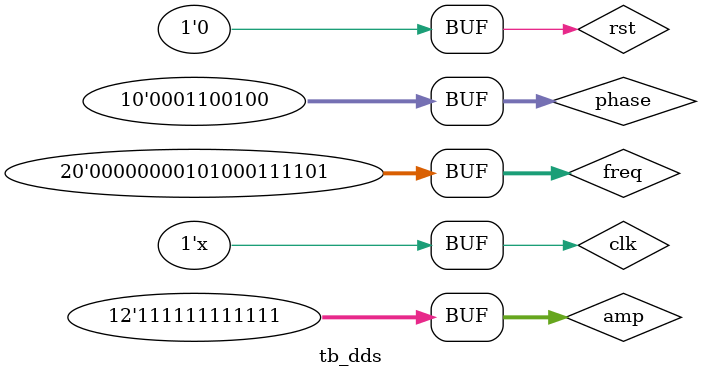
<source format=v>
/********************************************************************/
/*                                                                  */
/* Testbench a DDS modulhoz.                                        */
/*                                                                  */
/********************************************************************/

`timescale 1ns / 1ps

module tb_dds;
	/* bemenetek */
	reg rst;
	reg clk;
	reg[19:0] freq;
	reg[9:0] phase;
	reg[11:0] amp;

	/* kimenetek */
	wire[11:0] dout1, dout2;
	wire dac_start;

	dds uut(
		.rst(rst), 
		.clk(clk), 
		.freq(freq),
		.phase(phase),
		.amp(amp),
		.dout1(dout1),
		.dout2(dout2), 
		.dac_start(dac_start)
	);

	initial begin
		/* reset */
		rst=1;
		clk=0;
		freq=2621;
		phase=100;
		amp=4095; //max amplitudo --> mul_out=rom_dout
		#100;
		/* reset vissza */
		rst=0;
	end

always #5 clk<=~clk; //orajel

endmodule

</source>
